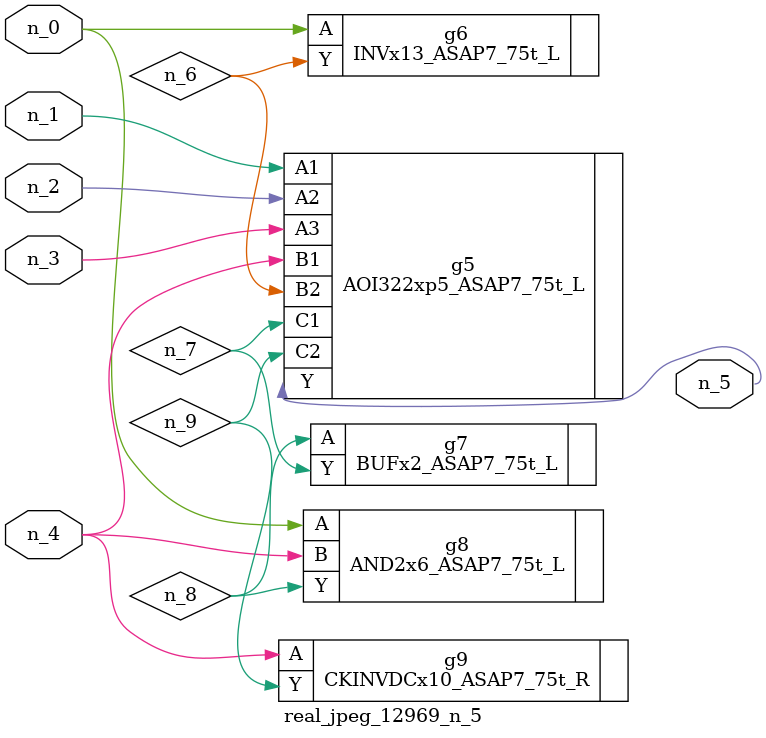
<source format=v>
module real_jpeg_12969_n_5 (n_4, n_0, n_1, n_2, n_3, n_5);

input n_4;
input n_0;
input n_1;
input n_2;
input n_3;

output n_5;

wire n_8;
wire n_6;
wire n_7;
wire n_9;

INVx13_ASAP7_75t_L g6 ( 
.A(n_0),
.Y(n_6)
);

AND2x6_ASAP7_75t_L g8 ( 
.A(n_0),
.B(n_4),
.Y(n_8)
);

AOI322xp5_ASAP7_75t_L g5 ( 
.A1(n_1),
.A2(n_2),
.A3(n_3),
.B1(n_4),
.B2(n_6),
.C1(n_7),
.C2(n_9),
.Y(n_5)
);

CKINVDCx10_ASAP7_75t_R g9 ( 
.A(n_4),
.Y(n_9)
);

BUFx2_ASAP7_75t_L g7 ( 
.A(n_8),
.Y(n_7)
);


endmodule
</source>
